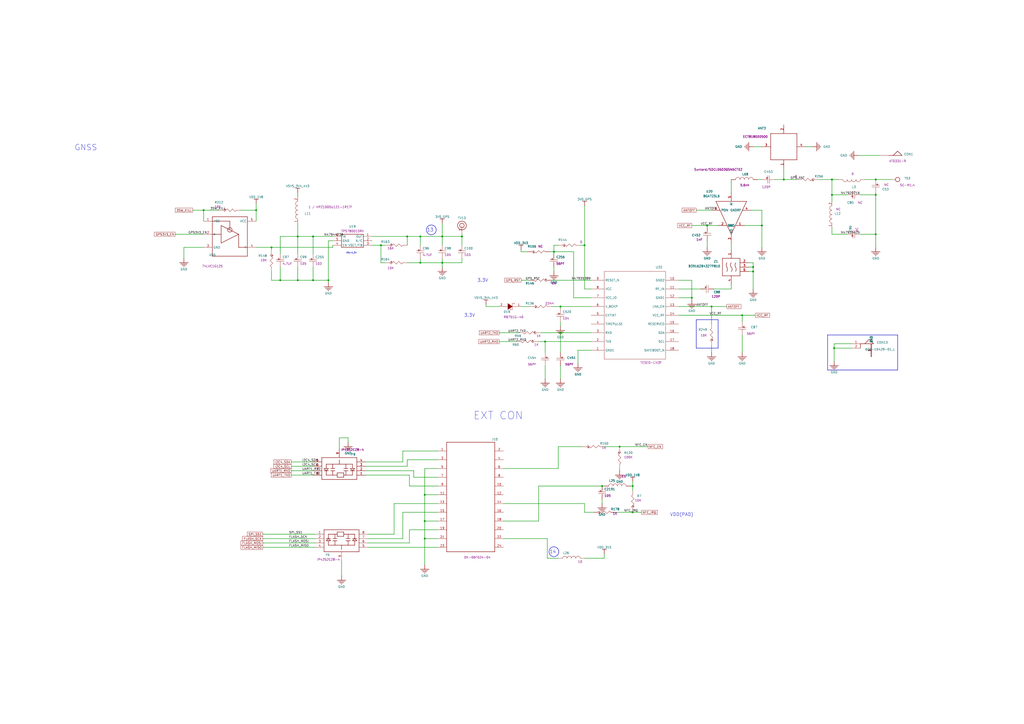
<source format=kicad_sch>
(kicad_sch (version 20241004) (generator "eeschema") (generator_version "8.99")
  (paper "A2")
  (title_block (title "Librem 5 Mainboard") (date "2024-03-21") (rev "v1.0.6") (company "Purism SPC") (comment 1 "GNU GPLv3+") (comment 2 "Copyright"))
  (circle (center 321.31 320.04) (radius 2.845) (stroke (width 0.254)))
  (circle (center 250.19 133.35) (radius 2.845) (stroke (width 0.254)))
  (text "EXT CON" (at 303.53 243.84 0) (effects (font (size 4.445 4.445)) (justify right bottom)))
  (text "14" (at 318.77 321.31 0) (effects (font (size 1.905 1.905)) (justify left bottom)))
  (text "3.3V" (at 269.24 184.15 0) (effects (font (size 1.905 1.905)) (justify left bottom)))
  (text "Vfb=1.2V" (at 200.66 147.32 0) (effects (font (size 0.889 0.889)) (justify left bottom)))
  (text "3.3V" (at 276.86 163.83 0) (effects (font (size 1.905 1.905)) (justify left bottom)))
  (text "13" (at 247.65 134.62 0) (effects (font (size 1.905 1.905)) (justify left bottom)))
  (text "VDD(PAD)" (at 388.62 299.72 0) (effects (font (size 1.905 1.905)) (justify left bottom)))
  (text "GNSS" (at 43.18 87.63 0) (effects (font (size 3.302 3.302)) (justify left bottom)))
  (junction (at 181.61 162.56))
  (junction (at 339.09 142.24))
  (junction (at 172.72 137.16))
  (junction (at 412.75 177.8))
  (junction (at 441.96 130.81))
  (junction (at 190.5 162.56))
  (junction (at 454.66 104.14))
  (junction (at 236.22 137.16))
  (junction (at 243.84 137.16))
  (junction (at 256.54 152.4))
  (junction (at 246.38 312.42))
  (junction (at 157.48 143.51))
  (junction (at 401.32 172.72))
  (junction (at 256.54 137.16))
  (junction (at 367.03 281.94))
  (junction (at 172.72 162.56))
  (junction (at 436.88 154.94))
  (junction (at 181.61 137.16))
  (junction (at 482.6 113.03))
  (junction (at 483.87 201.93))
  (junction (at 148.59 121.92))
  (junction (at 162.56 162.56))
  (junction (at 508 113.03))
  (junction (at 482.6 104.14))
  (junction (at 325.12 177.8))
  (junction (at 321.31 146.05))
  (junction (at 118.11 121.92))
  (junction (at 359.41 259.08))
  (junction (at 436.88 157.48))
  (junction (at 316.23 198.12))
  (junction (at 410.21 130.81))
  (junction (at 508 135.89))
  (junction (at 246.38 302.26))
  (junction (at 325.12 193.04))
  (junction (at 508 104.14))
  (junction (at 267.97 137.16))
  (junction (at 367.03 297.18))
  (junction (at 430.53 182.88))
  (junction (at 220.98 142.24))
  (junction (at 246.38 287.02))
  (junction (at 243.84 152.4))
  (junction (at 349.25 281.94))
  (polyline (pts (xy 520.7 194.31) (xy 480.06 194.31)) (stroke (width 0.254) (type solid)))
  (wire (pts (xy 106.68 143.51) (xy 106.68 149.86)) (stroke (width 0.254)))
  (wire (pts (xy 172.72 137.16) (xy 172.72 129.54)) (stroke (width 0.254)))
  (polyline (pts (xy 403.86 185.42) (xy 403.86 201.93)) (stroke (width 0.254) (type solid)))
  (wire (pts (xy 267.97 152.4) (xy 256.54 152.4)) (stroke (width 0.254)))
  (wire (pts (xy 342.9 203.2) (xy 335.28 203.2)) (stroke (width 0.254)))
  (wire (pts (xy 486.41 104.14) (xy 482.6 104.14)) (stroke (width 0.254)))
  (wire (pts (xy 220.98 142.24) (xy 215.9 142.24)) (stroke (width 0.254)))
  (wire (pts (xy 198.12 325.12) (xy 198.12 334.01)) (stroke (width 0.254)))
  (wire (pts (xy 323.85 259.08) (xy 323.85 271.78)) (stroke (width 0.254)))
  (wire (pts (xy 316.23 204.47) (xy 316.23 198.12)) (stroke (width 0.254)))
  (wire (pts (xy 350.52 323.85) (xy 350.52 321.31)) (stroke (width 0.254)))
  (wire (pts (xy 499.11 113.03) (xy 508 113.03)) (stroke (width 0.254)))
  (wire (pts (xy 256.54 152.4) (xy 243.84 152.4)) (stroke (width 0.254)))
  (wire (pts (xy 435.61 121.92) (xy 441.96 121.92)) (stroke (width 0.254)))
  (wire (pts (xy 243.84 142.24) (xy 243.84 137.16)) (stroke (width 0.254)))
  (wire (pts (xy 236.22 270.51) (xy 212.09 270.51)) (stroke (width 0.254)))
  (wire (pts (xy 236.22 266.7) (xy 236.22 270.51)) (stroke (width 0.254)))
  (wire (pts (xy 237.49 281.94) (xy 254 281.94)) (stroke (width 0.254)))
  (wire (pts (xy 401.32 162.56) (xy 393.7 162.56)) (stroke (width 0.254)))
  (wire (pts (xy 254 266.7) (xy 236.22 266.7)) (stroke (width 0.254)))
  (wire (pts (xy 312.42 302.26) (xy 312.42 281.94)) (stroke (width 0.254)))
  (wire (pts (xy 412.75 187.96) (xy 412.75 177.8)) (stroke (width 0.254)))
  (wire (pts (xy 482.6 104.14) (xy 474.98 104.14)) (stroke (width 0.254)))
  (wire (pts (xy 240.03 273.05) (xy 240.03 276.86)) (stroke (width 0.254)))
  (wire (pts (xy 237.49 314.96) (xy 237.49 307.34)) (stroke (width 0.254)))
  (wire (pts (xy 313.69 193.04) (xy 325.12 193.04)) (stroke (width 0.254)))
  (wire (pts (xy 228.6 309.88) (xy 228.6 292.1)) (stroke (width 0.254)))
  (polyline (pts (xy 520.7 214.63) (xy 520.7 194.31)) (stroke (width 0.254) (type solid)))
  (wire (pts (xy 325.12 179.07) (xy 325.12 177.8)) (stroke (width 0.254)))
  (wire (pts (xy 196.85 254) (xy 201.93 254)) (stroke (width 0.254)))
  (wire (pts (xy 321.31 146.05) (xy 332.74 146.05)) (stroke (width 0.254)))
  (wire (pts (xy 410.21 132.08) (xy 410.21 130.81)) (stroke (width 0.254)))
  (wire (pts (xy 300.99 193.04) (xy 289.56 193.04)) (stroke (width 0.254)))
  (wire (pts (xy 213.36 314.96) (xy 237.49 314.96)) (stroke (width 0.254)))
  (wire (pts (xy 318.77 146.05) (xy 321.31 146.05)) (stroke (width 0.254)))
  (wire (pts (xy 182.88 309.88) (xy 152.4 309.88)) (stroke (width 0.254)))
  (polyline (pts (xy 480.06 214.63) (xy 520.7 214.63)) (stroke (width 0.254) (type solid)))
  (wire (pts (xy 267.97 142.24) (xy 267.97 137.16)) (stroke (width 0.254)))
  (wire (pts (xy 190.5 163.83) (xy 190.5 162.56)) (stroke (width 0.254)))
  (wire (pts (xy 157.48 162.56) (xy 157.48 157.48)) (stroke (width 0.254)))
  (wire (pts (xy 483.87 201.93) (xy 483.87 209.55)) (stroke (width 0.254)))
  (wire (pts (xy 162.56 162.56) (xy 157.48 162.56)) (stroke (width 0.254)))
  (wire (pts (xy 339.09 323.85) (xy 350.52 323.85)) (stroke (width 0.254)))
  (wire (pts (xy 430.53 182.88) (xy 393.7 182.88)) (stroke (width 0.254)))
  (wire (pts (xy 365.76 281.94) (xy 367.03 281.94)) (stroke (width 0.254)))
  (wire (pts (xy 243.84 137.16) (xy 256.54 137.16)) (stroke (width 0.254)))
  (wire (pts (xy 157.48 144.78) (xy 157.48 143.51)) (stroke (width 0.254)))
  (wire (pts (xy 181.61 154.94) (xy 181.61 162.56)) (stroke (width 0.254)))
  (wire (pts (xy 139.7 121.92) (xy 148.59 121.92)) (stroke (width 0.254)))
  (wire (pts (xy 424.18 111.76) (xy 424.18 104.14)) (stroke (width 0.254)))
  (wire (pts (xy 148.59 121.92) (xy 148.59 118.11)) (stroke (width 0.254)))
  (wire (pts (xy 201.93 254) (xy 201.93 256.54)) (stroke (width 0.254)))
  (wire (pts (xy 335.28 203.2) (xy 335.28 210.82)) (stroke (width 0.254)))
  (wire (pts (xy 307.34 162.56) (xy 302.26 162.56)) (stroke (width 0.254)))
  (wire (pts (xy 323.85 323.85) (xy 317.5 323.85)) (stroke (width 0.254)))
  (wire (pts (xy 317.5 323.85) (xy 317.5 312.42)) (stroke (width 0.254)))
  (wire (pts (xy 237.49 275.59) (xy 237.49 281.94)) (stroke (width 0.254)))
  (wire (pts (xy 401.32 172.72) (xy 401.32 162.56)) (stroke (width 0.254)))
  (wire (pts (xy 454.66 97.79) (xy 454.66 104.14)) (stroke (width 0.254)))
  (wire (pts (xy 412.75 200.66) (xy 412.75 204.47)) (stroke (width 0.254)))
  (wire (pts (xy 233.68 261.62) (xy 233.68 267.97)) (stroke (width 0.254)))
  (wire (pts (xy 148.59 128.27) (xy 148.59 121.92)) (stroke (width 0.254)))
  (wire (pts (xy 190.5 162.56) (xy 190.5 139.7)) (stroke (width 0.254)))
  (wire (pts (xy 236.22 152.4) (xy 243.84 152.4)) (stroke (width 0.254)))
  (wire (pts (xy 467.36 85.09) (xy 471.17 85.09)) (stroke (width 0.254)))
  (wire (pts (xy 510.54 90.17) (xy 497.84 90.17)) (stroke (width 0.254)))
  (polyline (pts (xy 480.06 194.31) (xy 480.06 214.63)) (stroke (width 0.254) (type solid)))
  (wire (pts (xy 289.56 177.8) (xy 281.94 177.8)) (stroke (width 0.254)))
  (wire (pts (xy 441.96 130.81) (xy 441.96 143.51)) (stroke (width 0.254)))
  (wire (pts (xy 349.25 289.56) (xy 349.25 292.1)) (stroke (width 0.254)))
  (wire (pts (xy 317.5 312.42) (xy 292.1 312.42)) (stroke (width 0.254)))
  (wire (pts (xy 267.97 135.89) (xy 267.97 137.16)) (stroke (width 0.254)))
  (wire (pts (xy 482.6 113.03) (xy 482.6 104.14)) (stroke (width 0.254)))
  (wire (pts (xy 424.18 140.97) (xy 424.18 144.78)) (stroke (width 0.254)))
  (wire (pts (xy 236.22 142.24) (xy 236.22 137.16)) (stroke (width 0.254)))
  (wire (pts (xy 332.74 146.05) (xy 332.74 172.72)) (stroke (width 0.254)))
  (wire (pts (xy 449.58 104.14) (xy 454.66 104.14)) (stroke (width 0.254)))
  (wire (pts (xy 342.9 167.64) (xy 339.09 167.64)) (stroke (width 0.254)))
  (wire (pts (xy 118.11 143.51) (xy 106.68 143.51)) (stroke (width 0.254)))
  (wire (pts (xy 434.34 157.48) (xy 436.88 157.48)) (stroke (width 0.254)))
  (wire (pts (xy 410.21 130.81) (xy 401.32 130.81)) (stroke (width 0.254)))
  (wire (pts (xy 246.38 312.42) (xy 246.38 327.66)) (stroke (width 0.254)))
  (wire (pts (xy 339.09 292.1) (xy 292.1 292.1)) (stroke (width 0.254)))
  (wire (pts (xy 182.88 317.5) (xy 152.4 317.5)) (stroke (width 0.254)))
  (wire (pts (xy 332.74 172.72) (xy 342.9 172.72)) (stroke (width 0.254)))
  (wire (pts (xy 499.11 135.89) (xy 508 135.89)) (stroke (width 0.254)))
  (wire (pts (xy 233.68 312.42) (xy 233.68 297.18)) (stroke (width 0.254)))
  (wire (pts (xy 306.07 146.05) (xy 302.26 146.05)) (stroke (width 0.254)))
  (wire (pts (xy 181.61 147.32) (xy 181.61 137.16)) (stroke (width 0.254)))
  (wire (pts (xy 246.38 287.02) (xy 246.38 302.26)) (stroke (width 0.254)))
  (wire (pts (xy 367.03 284.48) (xy 367.03 281.94)) (stroke (width 0.254)))
  (wire (pts (xy 172.72 137.16) (xy 181.61 137.16)) (stroke (width 0.254)))
  (wire (pts (xy 236.22 137.16) (xy 215.9 137.16)) (stroke (width 0.254)))
  (wire (pts (xy 350.52 259.08) (xy 359.41 259.08)) (stroke (width 0.254)))
  (wire (pts (xy 337.82 259.08) (xy 323.85 259.08)) (stroke (width 0.254)))
  (wire (pts (xy 162.56 137.16) (xy 162.56 147.32)) (stroke (width 0.254)))
  (wire (pts (xy 223.52 152.4) (xy 220.98 152.4)) (stroke (width 0.254)))
  (wire (pts (xy 118.11 121.92) (xy 111.76 121.92)) (stroke (width 0.254)))
  (polyline (pts (xy 416.56 201.93) (xy 416.56 185.42)) (stroke (width 0.254) (type solid)))
  (wire (pts (xy 213.36 317.5) (xy 254 317.5)) (stroke (width 0.254)))
  (wire (pts (xy 254 312.42) (xy 246.38 312.42)) (stroke (width 0.254)))
  (wire (pts (xy 436.88 152.4) (xy 436.88 154.94)) (stroke (width 0.254)))
  (wire (pts (xy 196.85 260.35) (xy 196.85 254)) (stroke (width 0.254)))
  (wire (pts (xy 321.31 154.94) (xy 321.31 157.48)) (stroke (width 0.254)))
  (wire (pts (xy 246.38 302.26) (xy 246.38 312.42)) (stroke (width 0.254)))
  (wire (pts (xy 359.41 259.08) (xy 375.92 259.08)) (stroke (width 0.254)))
  (wire (pts (xy 172.72 137.16) (xy 162.56 137.16)) (stroke (width 0.254)))
  (wire (pts (xy 393.7 167.64) (xy 406.4 167.64)) (stroke (width 0.254)))
  (wire (pts (xy 172.72 162.56) (xy 172.72 154.94)) (stroke (width 0.254)))
  (wire (pts (xy 344.17 297.18) (xy 339.09 297.18)) (stroke (width 0.254)))
  (wire (pts (xy 321.31 147.32) (xy 321.31 146.05)) (stroke (width 0.254)))
  (wire (pts (xy 323.85 271.78) (xy 292.1 271.78)) (stroke (width 0.254)))
  (wire (pts (xy 299.72 198.12) (xy 289.56 198.12)) (stroke (width 0.254)))
  (wire (pts (xy 312.42 281.94) (xy 349.25 281.94)) (stroke (width 0.254)))
  (wire (pts (xy 256.54 154.94) (xy 256.54 152.4)) (stroke (width 0.254)))
  (wire (pts (xy 339.09 297.18) (xy 339.09 292.1)) (stroke (width 0.254)))
  (wire (pts (xy 316.23 212.09) (xy 316.23 219.71)) (stroke (width 0.254)))
  (wire (pts (xy 181.61 137.16) (xy 193.04 137.16)) (stroke (width 0.254)))
  (wire (pts (xy 339.09 142.24) (xy 339.09 119.38)) (stroke (width 0.254)))
  (wire (pts (xy 316.23 198.12) (xy 342.9 198.12)) (stroke (width 0.254)))
  (wire (pts (xy 213.36 309.88) (xy 228.6 309.88)) (stroke (width 0.254)))
  (wire (pts (xy 430.53 186.69) (xy 430.53 182.88)) (stroke (width 0.254)))
  (wire (pts (xy 401.32 172.72) (xy 393.7 172.72)) (stroke (width 0.254)))
  (wire (pts (xy 267.97 137.16) (xy 256.54 137.16)) (stroke (width 0.254)))
  (wire (pts (xy 401.32 173.99) (xy 401.32 172.72)) (stroke (width 0.254)))
  (wire (pts (xy 508 113.03) (xy 508 135.89)) (stroke (width 0.254)))
  (wire (pts (xy 372.11 297.18) (xy 367.03 297.18)) (stroke (width 0.254)))
  (wire (pts (xy 212.09 275.59) (xy 237.49 275.59)) (stroke (width 0.254)))
  (wire (pts (xy 431.8 130.81) (xy 441.96 130.81)) (stroke (width 0.254)))
  (wire (pts (xy 302.26 146.05) (xy 302.26 144.78)) (stroke (width 0.254)))
  (wire (pts (xy 172.72 137.16) (xy 172.72 147.32)) (stroke (width 0.254)))
  (wire (pts (xy 220.98 152.4) (xy 220.98 142.24)) (stroke (width 0.254)))
  (wire (pts (xy 325.12 193.04) (xy 342.9 193.04)) (stroke (width 0.254)))
  (polyline (pts (xy 403.86 201.93) (xy 416.56 201.93)) (stroke (width 0.254) (type solid)))
  (wire (pts (xy 240.03 276.86) (xy 254 276.86)) (stroke (width 0.254)))
  (polyline (pts (xy 416.56 185.42) (xy 403.86 185.42)) (stroke (width 0.254) (type solid)))
  (wire (pts (xy 323.85 142.24) (xy 321.31 142.24)) (stroke (width 0.254)))
  (wire (pts (xy 356.87 297.18) (xy 367.03 297.18)) (stroke (width 0.254)))
  (wire (pts (xy 325.12 186.69) (xy 325.12 189.23)) (stroke (width 0.254)))
  (wire (pts (xy 127 121.92) (xy 118.11 121.92)) (stroke (width 0.254)))
  (wire (pts (xy 508 143.51) (xy 508 135.89)) (stroke (width 0.254)))
  (wire (pts (xy 410.21 139.7) (xy 410.21 143.51)) (stroke (width 0.254)))
  (wire (pts (xy 181.61 270.51) (xy 168.91 270.51)) (stroke (width 0.254)))
  (wire (pts (xy 256.54 137.16) (xy 256.54 129.54)) (stroke (width 0.254)))
  (wire (pts (xy 410.21 130.81) (xy 416.56 130.81)) (stroke (width 0.254)))
  (wire (pts (xy 312.42 198.12) (xy 316.23 198.12)) (stroke (width 0.254)))
  (wire (pts (xy 162.56 162.56) (xy 162.56 154.94)) (stroke (width 0.254)))
  (wire (pts (xy 508 104.14) (xy 516.89 104.14)) (stroke (width 0.254)))
  (wire (pts (xy 434.34 152.4) (xy 436.88 152.4)) (stroke (width 0.254)))
  (wire (pts (xy 441.96 104.14) (xy 439.42 104.14)) (stroke (width 0.254)))
  (wire (pts (xy 254 261.62) (xy 233.68 261.62)) (stroke (width 0.254)))
  (wire (pts (xy 233.68 267.97) (xy 212.09 267.97)) (stroke (width 0.254)))
  (wire (pts (xy 182.88 312.42) (xy 152.4 312.42)) (stroke (width 0.254)))
  (wire (pts (xy 321.31 142.24) (xy 321.31 146.05)) (stroke (width 0.254)))
  (wire (pts (xy 336.55 142.24) (xy 339.09 142.24)) (stroke (width 0.254)))
  (wire (pts (xy 223.52 142.24) (xy 220.98 142.24)) (stroke (width 0.254)))
  (wire (pts (xy 483.87 199.39) (xy 483.87 201.93)) (stroke (width 0.254)))
  (wire (pts (xy 325.12 177.8) (xy 320.04 177.8)) (stroke (width 0.254)))
  (wire (pts (xy 213.36 312.42) (xy 233.68 312.42)) (stroke (width 0.254)))
  (wire (pts (xy 441.96 85.09) (xy 436.88 85.09)) (stroke (width 0.254)))
  (wire (pts (xy 118.11 135.89) (xy 101.6 135.89)) (stroke (width 0.254)))
  (wire (pts (xy 494.03 199.39) (xy 483.87 199.39)) (stroke (width 0.254)))
  (wire (pts (xy 281.94 177.8) (xy 281.94 176.53)) (stroke (width 0.254)))
  (wire (pts (xy 246.38 271.78) (xy 246.38 287.02)) (stroke (width 0.254)))
  (wire (pts (xy 436.88 154.94) (xy 436.88 157.48)) (stroke (width 0.254)))
  (wire (pts (xy 339.09 167.64) (xy 339.09 142.24)) (stroke (width 0.254)))
  (wire (pts (xy 267.97 149.86) (xy 267.97 152.4)) (stroke (width 0.254)))
  (wire (pts (xy 430.53 194.31) (xy 430.53 204.47)) (stroke (width 0.254)))
  (wire (pts (xy 302.26 177.8) (xy 307.34 177.8)) (stroke (width 0.254)))
  (wire (pts (xy 228.6 292.1) (xy 254 292.1)) (stroke (width 0.254)))
  (wire (pts (xy 367.03 281.94) (xy 367.03 279.4)) (stroke (width 0.254)))
  (wire (pts (xy 157.48 143.51) (xy 193.04 143.51)) (stroke (width 0.254)))
  (wire (pts (xy 148.59 143.51) (xy 157.48 143.51)) (stroke (width 0.254)))
  (wire (pts (xy 212.09 273.05) (xy 240.03 273.05)) (stroke (width 0.254)))
  (wire (pts (xy 342.9 177.8) (xy 325.12 177.8)) (stroke (width 0.254)))
  (wire (pts (xy 454.66 104.14) (xy 462.28 104.14)) (stroke (width 0.254)))
  (wire (pts (xy 434.34 154.94) (xy 436.88 154.94)) (stroke (width 0.254)))
  (wire (pts (xy 243.84 137.16) (xy 236.22 137.16)) (stroke (width 0.254)))
  (wire (pts (xy 482.6 135.89) (xy 482.6 132.08)) (stroke (width 0.254)))
  (wire (pts (xy 430.53 182.88) (xy 438.15 182.88)) (stroke (width 0.254)))
  (wire (pts (xy 181.61 275.59) (xy 168.91 275.59)) (stroke (width 0.254)))
  (wire (pts (xy 441.96 121.92) (xy 441.96 130.81)) (stroke (width 0.254)))
  (wire (pts (xy 482.6 116.84) (xy 482.6 113.03)) (stroke (width 0.254)))
  (wire (pts (xy 181.61 273.05) (xy 168.91 273.05)) (stroke (width 0.254)))
  (wire (pts (xy 237.49 307.34) (xy 254 307.34)) (stroke (width 0.254)))
  (wire (pts (xy 254 271.78) (xy 246.38 271.78)) (stroke (width 0.254)))
  (wire (pts (xy 393.7 177.8) (xy 412.75 177.8)) (stroke (width 0.254)))
  (wire (pts (xy 118.11 121.92) (xy 118.11 128.27)) (stroke (width 0.254)))
  (wire (pts (xy 181.61 267.97) (xy 168.91 267.97)) (stroke (width 0.254)))
  (wire (pts (xy 359.41 271.78) (xy 359.41 273.05)) (stroke (width 0.254)))
  (wire (pts (xy 190.5 139.7) (xy 193.04 139.7)) (stroke (width 0.254)))
  (wire (pts (xy 412.75 177.8) (xy 421.64 177.8)) (stroke (width 0.254)))
  (wire (pts (xy 491.49 135.89) (xy 482.6 135.89)) (stroke (width 0.254)))
  (wire (pts (xy 414.02 167.64) (xy 424.18 167.64)) (stroke (width 0.254)))
  (wire (pts (xy 254 287.02) (xy 246.38 287.02)) (stroke (width 0.254)))
  (wire (pts (xy 172.72 111.76) (xy 172.72 114.3)) (stroke (width 0.254)))
  (wire (pts (xy 501.65 104.14) (xy 508 104.14)) (stroke (width 0.254)))
  (wire (pts (xy 193.04 143.51) (xy 193.04 142.24)) (stroke (width 0.254)))
  (wire (pts (xy 491.49 113.03) (xy 482.6 113.03)) (stroke (width 0.254)))
  (wire (pts (xy 508 111.76) (xy 508 113.03)) (stroke (width 0.254)))
  (wire (pts (xy 254 302.26) (xy 246.38 302.26)) (stroke (width 0.254)))
  (wire (pts (xy 436.88 157.48) (xy 436.88 167.64)) (stroke (width 0.254)))
  (wire (pts (xy 256.54 152.4) (xy 256.54 149.86)) (stroke (width 0.254)))
  (wire (pts (xy 325.12 212.09) (xy 325.12 219.71)) (stroke (width 0.254)))
  (wire (pts (xy 181.61 162.56) (xy 172.72 162.56)) (stroke (width 0.254)))
  (wire (pts (xy 350.52 281.94) (xy 349.25 281.94)) (stroke (width 0.254)))
  (wire (pts (xy 256.54 137.16) (xy 256.54 142.24)) (stroke (width 0.254)))
  (wire (pts (xy 494.03 201.93) (xy 483.87 201.93)) (stroke (width 0.254)))
  (wire (pts (xy 320.04 162.56) (xy 342.9 162.56)) (stroke (width 0.254)))
  (wire (pts (xy 412.75 121.92) (xy 403.86 121.92)) (stroke (width 0.254)))
  (wire (pts (xy 233.68 297.18) (xy 254 297.18)) (stroke (width 0.254)))
  (wire (pts (xy 424.18 167.64) (xy 424.18 165.1)) (stroke (width 0.254)))
  (wire (pts (xy 243.84 152.4) (xy 243.84 149.86)) (stroke (width 0.254)))
  (wire (pts (xy 190.5 162.56) (xy 181.61 162.56)) (stroke (width 0.254)))
  (wire (pts (xy 182.88 314.96) (xy 152.4 314.96)) (stroke (width 0.254)))
  (wire (pts (xy 172.72 162.56) (xy 162.56 162.56)) (stroke (width 0.254)))
  (wire (pts (xy 325.12 204.47) (xy 325.12 193.04)) (stroke (width 0.254)))
  (wire (pts (xy 292.1 302.26) (xy 312.42 302.26)) (stroke (width 0.254)))
  (label "UART2_TXD" (at 294.64 193.04 0))
  (label "ANTOFF" (at 408.94 121.92 0))
  (label "UART2_RXD" (at 294.64 198.12 0))
  (label "VCC_RF" (at 406.4 130.81 0))
  (label "ANTOFF" (at 403.86 177.8 0))
  (label "I2C4_SCL" (at 175.26 270.51 0))
  (label "GPS_RST" (at 304.8 162.56 0))
  (label "SPI_SS1" (at 167.64 309.88 0))
  (label "NFC_EN" (at 368.3 259.08 0))
  (label "N47935389" (at 331.47 162.56 0))
  (label "N47944239" (at 187.96 137.16 0))
  (label "UART1_TXD" (at 175.26 275.59 0))
  (label "GPS_ANT" (at 458.47 104.14 0))
  (label "I2C4_SDA" (at 175.26 267.97 0))
  (label "N47935425" (at 487.68 135.89 0))
  (label "VCC_RF" (at 411.48 182.88 0))
  (label "3SW_KILL" (at 121.92 121.92 0))
  (label "GPS3V3_EN" (at 109.22 135.89 0))
  (label "N47920716" (at 487.68 113.03 0))
  (label "UART1_RXD" (at 175.26 273.05 0))
  (label "NFC_IRQ" (at 361.95 297.18 0))
  (label "FLASH_SCK" (at 167.64 312.42 0))
  (label "FLASH_MISO" (at 167.64 317.5 0))
  (label "FLASH_MOSI" (at 167.64 314.96 0))
  (global_label "GPS_RST" (shape passive) (at 302.26 162.56 180))
  (global_label "FLASH_MOSI" (shape passive) (at 152.4 314.96 180))
  (global_label "3SW_KILL" (shape passive) (at 111.76 121.92 180))
  (global_label "NFC_EN" (shape passive) (at 375.92 259.08 0))
  (global_label "ANTOFF" (shape passive) (at 421.64 177.8 0))
  (global_label "I2C4_SCL" (shape passive) (at 168.91 270.51 180))
  (global_label "FLASH_SCK" (shape passive) (at 152.4 312.42 180))
  (global_label "UART2_RXD" (shape passive) (at 289.56 198.12 180))
  (global_label "VCC_RF" (shape passive) (at 401.32 130.81 180))
  (global_label "I2C4_SDA" (shape passive) (at 168.91 267.97 180))
  (global_label "UART1_RXD" (shape passive) (at 168.91 273.05 180))
  (global_label "SPI_SS1" (shape passive) (at 152.4 309.88 180))
  (global_label "GPS3V3_EN" (shape passive) (at 101.6 135.89 180))
  (global_label "UART1_TXD" (shape passive) (at 168.91 275.59 180))
  (global_label "VCC_RF" (shape passive) (at 438.15 182.88 0))
  (global_label "FLASH_MISO" (shape passive) (at 152.4 317.5 180))
  (global_label "NFC_IRQ" (shape passive) (at 372.11 297.18 0))
  (global_label "UART2_TXD" (shape passive) (at 289.56 193.04 180))
  (global_label "ANTOFF" (shape passive) (at 403.86 121.92 180))
  (symbol (lib_id "C-15_GNSS_EXT_CON:root_3_mirrored_C0201") (at 411.48 165.1 0) (unit 1)
    (property "Reference" "C88" (at 417.83 170.18 0) (effects (justify right bottom)))
    (property "Value" "C0201" (effects (hide yes)))
    (property "Footprint" "CAP-0201" (effects (hide yes)))
    (property "VOLTAGE" "25V" (effects (hide yes)))
    (property "DESCRIPTION" "CAP CER 120PF 25V 10% NPO 0201" (effects (hide yes)))
    (property "PCB DECAL" "CAP-0201" (effects (hide yes)))
    (property "VALUE" "120P" (at 417.83 172.72 0) (effects (justify right bottom)))
    (property "GEOMETRY.HEIGHT" "0.3MM" (effects (hide yes)))
    (property "PCB FOOTPRINT" "201" (effects (hide yes)))
  )
  (symbol (lib_id "C-15_GNSS_EXT_CON:root_0_C0201") (at 265.43 147.32 0) (unit 1)
    (property "Reference" "C100" (at 269.24 144.78 0) (effects (justify left bottom)))
    (property "Value" "C0201" (effects (hide yes)))
    (property "Footprint" "CAP-0201" (effects (hide yes)))
    (property "VOLTAGE" "25V" (effects (hide yes)))
    (property "DESCRIPTION" "CAP CER 0.01uF 25V 20% X5R 0201" (effects (hide yes)))
    (property "PCB DECAL" "CAP-0201" (effects (hide yes)))
    (property "VALUE" "103" (at 269.24 148.59 0) (effects (justify left bottom)))
    (property "GEOMETRY.HEIGHT" "0.3MM" (effects (hide yes)))
    (property "PCB FOOTPRINT" "201" (effects (hide yes)))
  )
  (symbol (lib_id "C-15_GNSS_EXT_CON:root_1_C0201") (at 496.57 138.43 0) (unit 1)
    (property "Reference" "C86" (at 494.03 134.62 90) (effects (justify left bottom)))
    (property "Value" "C0201" (effects (hide yes)))
    (property "Footprint" "CAP-0201" (effects (hide yes)))
    (property "DESCRIPTION" "Z CAP CER 1uF 6V3 20% X5R 0201" (effects (hide yes)))
    (property "PCB DECAL" "CAP-0201" (effects (hide yes)))
    (property "VALUE" "NC" (at 497.84 134.62 90) (effects (justify left bottom)))
    (property "GEOMETRY.HEIGHT" "0.3MM" (effects (hide yes)))
    (property "PCB FOOTPRINT" "201" (effects (hide yes)))
  )
  (symbol (lib_id "C-15_GNSS_EXT_CON:GND") (at 106.68 149.86 0) (unit 1)
    (property "Reference" "#PWR?" (effects (hide yes)))
    (property "Value" "GND" (at 106.68 156.21 0))
  )
  (symbol (lib_id "C-15_GNSS_EXT_CON:root_0_mirrored_MAX-8") (at 386.08 208.28 0) (unit 1)
    (property "Reference" "U32" (at 384.302 155.702 0) (effects (justify right bottom)))
    (property "Value" "MAX-8" (effects (hide yes)))
    (property "Footprint" "MAX-8" (effects (hide yes)))
    (property "PCB DECAL" "MAX-8" (effects (hide yes)))
    (property "VALUE" "TESEO-LIV3F" (at 384.048 211.074 0) (effects (justify right bottom)))
    (property "GEOMETRY.HEIGHT" "2.7mm" (effects (hide yes)))
    (property "DESCRIPTION" "IC GPS GLONASS, Galileo,BeiDu ,QZSS" (effects (hide yes)))
    (property "PCB FOOTPRINT" "10x9.7x2.3mm" (effects (hide yes)))
    (property "MFG_NAME" "ST" (effects (hide yes)))
  )
  (symbol (lib_id "C-15_GNSS_EXT_CON:GND") (at 201.93 256.54 0) (unit 1)
    (property "Reference" "#PWR?" (effects (hide yes)))
    (property "Value" "GND" (at 201.93 262.89 0))
  )
  (symbol (lib_id "C-15_GNSS_EXT_CON:GND") (at 441.96 143.51 0) (unit 1)
    (property "Reference" "#PWR?" (effects (hide yes)))
    (property "Value" "GND" (at 441.96 149.86 0))
  )
  (symbol (lib_id "C-15_GNSS_EXT_CON:root_3_mirrored_RES_2") (at 233.68 139.7 0) (unit 1)
    (property "Reference" "R163" (at 226.06 140.97 0) (effects (justify right bottom)))
    (property "Value" "RES_2" (effects (hide yes)))
    (property "Footprint" "RES-0201" (effects (hide yes)))
    (property "PCB DECAL" "RES-0201" (effects (hide yes)))
    (property "DESCRIPTION" "Resistor Chip 0201 16K Ohm 1/16W 1% RALEC" (effects (hide yes)))
    (property "VALUE" "16K" (at 228.6 144.78 0) (effects (justify right bottom)))
    (property "GEOMETRY.HEIGHT" "0.3MM" (effects (hide yes)))
    (property "PCB FOOTPRINT" "201" (effects (hide yes)))
  )
  (symbol (lib_id "C-15_GNSS_EXT_CON:VDD_3V3") (at 350.52 321.31 180) (unit 1)
    (property "Reference" "#PWR?" (effects (hide yes)))
    (property "Value" "VDD_3V3" (at 350.52 317.5 0))
  )
  (symbol (lib_id "C-15_GNSS_EXT_CON:root_0_mirrored_CAMERA24PIN035-NFC") (at 289.56 320.04 0) (unit 1)
    (property "Reference" "J10" (at 287.02 255.524 0) (effects (justify bottom)))
    (property "Value" "CAMERA24PIN035-NFC" (effects (hide yes)))
    (property "Footprint" "24PIN-AXE524127" (effects (hide yes)))
    (property "VALUE" "OK-06F024-04" (at 276.86 322.58 0) (effects (justify top)))
    (property "PCB FOOTPRINT" "7.5x2.2x0.8mm" (effects (hide yes)))
    (property "PCB DECAL" "24PIN-AXE524127" (effects (hide yes)))
    (property "GEOMETRY.HEIGHT" "0.6MM" (effects (hide yes)))
    (property "DESCRIPTION" "SOCKET Board-to-FPC Ä¸×ù 0.4mm  24pin ºÏ¸ß0.8mm" (effects (hide yes)))
    (property "MFG_NAME" "ÑÇÆë" (effects (hide yes)))
  )
  (symbol (lib_id "C-15_GNSS_EXT_CON:root_2_BEAD-0402") (at 485.14 119.38 0) (unit 1)
    (property "Reference" "L12" (at 487.68 123.19 0) (effects (justify right top)))
    (property "Value" "BEAD-0402" (effects (hide yes)))
    (property "Footprint" "IND-0402" (effects (hide yes)))
    (property "PCB DECAL" "IND-0402" (effects (hide yes)))
    (property "DESCRIPTION" "Z FB 120ohm@100MHz 100ohm@1GHz DCR0.13ohm 1.1A T:0.5mm" (effects (hide yes)))
    (property "VALUE" "NC" (at 487.68 120.65 0) (effects (justify right top)))
    (property "GEOMETRY.HEIGHT" "0.5MM" (effects (hide yes)))
    (property "MFG_NAME" "Sunlord" (effects (hide yes)))
    (property "PCB FOOTPRINT" "402" (effects (hide yes)))
  )
  (symbol (lib_id "C-15_GNSS_EXT_CON:root_0_DIODE_SCHTKY_0") (at 292.1 180.34 0) (unit 1)
    (property "Reference" "D19" (at 292.1 181.61 0) (effects (justify left bottom)))
    (property "Value" "DIODE_SCHTKY_0" (effects (hide yes)))
    (property "Footprint" "3D-SOD723" (effects (hide yes)))
    (property "PCB DECAL" "3D-SOD723" (effects (hide yes)))
    (property "DESCRIPTION" "Diode schottky SOD723 40V 30mA mark:5 RB751G-40 ³¤µç" (effects (hide yes)))
    (property "VALUE" "RB751G-40" (at 292.1 184.658 0) (effects (justify left bottom)))
    (property "GEOMETRY.HEIGHT" "0.55MM" (effects (hide yes)))
    (property "PCB FOOTPRINT" "SOD723  1x0.6x0.5mm" (effects (hide yes)))
  )
  (symbol (lib_id "C-15_GNSS_EXT_CON:root_3_mirrored_C0201") (at 447.04 101.6 0) (unit 1)
    (property "Reference" "C453" (at 448.31 100.33 0) (effects (justify right bottom)))
    (property "Value" "C0201" (effects (hide yes)))
    (property "Footprint" "CAP-0201" (effects (hide yes)))
    (property "VOLTAGE" "25V" (effects (hide yes)))
    (property "DESCRIPTION" "CAP CER 120PF 25V 10% NPO 0201" (effects (hide yes)))
    (property "PCB DECAL" "CAP-0201" (effects (hide yes)))
    (property "VALUE" "120P" (at 447.04 109.22 0) (effects (justify right bottom)))
    (property "GEOMETRY.HEIGHT" "0.3MM" (effects (hide yes)))
    (property "PCB FOOTPRINT" "201" (effects (hide yes)))
  )
  (symbol (lib_id "C-15_GNSS_EXT_CON:VDD_1V8") (at 148.59 118.11 180) (unit 1)
    (property "Reference" "#PWR?" (effects (hide yes)))
    (property "Value" "VDD_1V8" (at 148.59 114.3 0))
  )
  (symbol (lib_id "C-15_GNSS_EXT_CON:root_3_mirrored_RES_2") (at 137.16 119.38 0) (unit 1)
    (property "Reference" "R212" (at 129.54 118.11 0) (effects (justify right bottom)))
    (property "Value" "RES_2" (effects (hide yes)))
    (property "Footprint" "RES-0201" (effects (hide yes)))
    (property "PCB DECAL" "RES-0201" (effects (hide yes)))
    (property "DESCRIPTION" "Resistor Chip 0201 10K Ohm 1/16W 1% RALEC" (effects (hide yes)))
    (property "VALUE" "10K" (at 128.27 120.65 0) (effects (justify right bottom)))
    (property "GEOMETRY.HEIGHT" "0.3MM" (effects (hide yes)))
    (property "PCB FOOTPRINT" "201" (effects (hide yes)))
  )
  (symbol (lib_id "C-15_GNSS_EXT_CON:root_0_C0201") (at 346.71 287.02 0) (unit 1)
    (property "Reference" "C2191" (at 350.52 284.48 0) (effects (justify left bottom)))
    (property "Value" "C0201" (effects (hide yes)))
    (property "Footprint" "CAP-0201" (effects (hide yes)))
    (property "VOLTAGE" "6.3V" (effects (hide yes)))
    (property "DESCRIPTION" "CAP CER 1uF 6V3 20% X5R 0201" (effects (hide yes)))
    (property "PCB DECAL" "CAP-0201" (effects (hide yes)))
    (property "VALUE" "105" (at 350.52 288.29 0) (effects (justify left bottom)))
    (property "GEOMETRY.HEIGHT" "0.3MM" (effects (hide yes)))
    (property "PCB FOOTPRINT" "201" (effects (hide yes)))
  )
  (symbol (lib_id "C-15_GNSS_EXT_CON:GND") (at 335.28 210.82 0) (unit 1)
    (property "Reference" "#PWR?" (effects (hide yes)))
    (property "Value" "GND" (at 335.28 217.17 0))
  )
  (symbol (lib_id "C-15_GNSS_EXT_CON:GND") (at 246.38 327.66 0) (unit 1)
    (property "Reference" "#PWR?" (effects (hide yes)))
    (property "Value" "GND" (at 246.38 334.01 0))
  )
  (symbol (lib_id "C-15_GNSS_EXT_CON:GND") (at 410.21 143.51 0) (unit 1)
    (property "Reference" "#PWR?" (effects (hide yes)))
    (property "Value" "GND" (at 410.21 149.86 0))
  )
  (symbol (lib_id "C-15_GNSS_EXT_CON:root_1_mirrored_BEAD-0201") (at 426.72 106.68 0) (unit 1)
    (property "Reference" "L68" (at 430.53 100.33 0) (effects (justify left top)))
    (property "Value" "BEAD-0201" (effects (hide yes)))
    (property "Footprint" "RES-0201" (effects (hide yes)))
    (property "PCB DECAL" "RES-0201" (effects (hide yes)))
    (property "DESCRIPTION" "Ceramic inductor,5.6nH¡À0.2nH,250mA,Q18,0.88¦¸,6000MHz,0201" (effects (hide yes)))
    (property "VALUE" "5.6nh" (at 429.26 106.68 0) (effects (justify left top)))
    (property "GEOMETRY.HEIGHT" "0.5MM" (effects (hide yes)))
    (property "MFG_NAME" "Sunlord/SDCL0603Q5N6CT02" (at 402.59 99.06 0) (effects (justify left bottom)))
    (property "PCB FOOTPRINT" "201" (effects (hide yes)))
  )
  (symbol (lib_id "C-15_GNSS_EXT_CON:GND") (at 256.54 154.94 0) (unit 1)
    (property "Reference" "#PWR?" (effects (hide yes)))
    (property "Value" "GND" (at 256.54 161.29 0))
  )
  (symbol (lib_id "C-15_GNSS_EXT_CON:root_3_mirrored_B39162B4327P810") (at 429.26 149.86 0) (unit 1)
    (property "Reference" "Z1" (at 415.29 152.4 0) (effects (justify bottom)))
    (property "Value" "B39162B4327P810" (at 417.83 153.67 0) (effects (justify right top)))
    (property "Footprint" "B4327" (effects (hide yes)))
    (property "PCB DECAL" "B4327" (effects (hide yes)))
    (property "DESCRIPTION" "SAW RF FILTER B39163B4327P810" (effects (hide yes)))
    (property "MFG_NAME" "TDK" (effects (hide yes)))
    (property "GEOMETRY.HEIGHT" "0.5mm" (effects (hide yes)))
    (property "PCB FOOTPRINT" "1.1mmx1.4mm" (effects (hide yes)))
  )
  (symbol (lib_id "C-15_GNSS_EXT_CON:root_1_RES_2") (at 334.01 144.78 0) (unit 1)
    (property "Reference" "R144" (at 328.93 138.43 0) (effects (justify right top)))
    (property "Value" "RES_2" (effects (hide yes)))
    (property "Footprint" "RES-0201" (effects (hide yes)))
    (property "PCB DECAL" "RES-0201" (effects (hide yes)))
    (property "DESCRIPTION" "Resistor Chip 0201 0R Ohm 1/16W 1% RALEC" (effects (hide yes)))
    (property "VALUE" "0" (at 337.82 139.7 0) (effects (justify right top)))
    (property "GEOMETRY.HEIGHT" "0.3MM" (effects (hide yes)))
    (property "PCB FOOTPRINT" "201" (effects (hide yes)))
  )
  (symbol (lib_id "C-15_GNSS_EXT_CON:root_0_mirrored_C0201") (at 318.77 209.55 0) (unit 1)
    (property "Reference" "C454" (at 311.15 208.28 0) (effects (justify right bottom)))
    (property "Value" "C0201" (effects (hide yes)))
    (property "Footprint" "CAP-0201" (effects (hide yes)))
    (property "DESCRIPTION" "CAP CER 56pF 50Vdc 5% C0G C0201" (effects (hide yes)))
    (property "PCB DECAL" "CAP-0201" (effects (hide yes)))
    (property "VALUE" "56PF" (at 311.15 212.09 0) (effects (justify right bottom)))
    (property "GEOMETRY.HEIGHT" "0.3MM" (effects (hide yes)))
    (property "PCB FOOTPRINT" "201" (effects (hide yes)))
  )
  (symbol (lib_id "C-15_GNSS_EXT_CON:root_0_C0201") (at 407.67 137.16 0) (unit 1)
    (property "Reference" "C452" (at 401.32 137.16 0) (effects (justify left bottom)))
    (property "Value" "C0201" (effects (hide yes)))
    (property "Footprint" "CAP-0201" (effects (hide yes)))
    (property "DESCRIPTION" "Ceramic CAP 1nF 25 10% X5R 0201" (effects (hide yes)))
    (property "PCB DECAL" "CAP-0201" (effects (hide yes)))
    (property "VALUE" "1nF" (at 403.86 139.7 0) (effects (justify left bottom)))
    (property "GEOMETRY.HEIGHT" "0.3MM" (effects (hide yes)))
    (property "PCB FOOTPRINT" "201" (effects (hide yes)))
  )
  (symbol (lib_id "C-15_GNSS_EXT_CON:root_3_mirrored_BGA725L6") (at 444.5 119.38 0) (unit 1)
    (property "Reference" "U20" (at 411.48 111.76 0) (effects (justify bottom)))
    (property "Value" "BGA725L6" (at 412.75 113.03 0) (effects (justify top)))
    (property "DESCRIPTION" "Silicon Germanium Low Noise Amplifier BGA725L6" (effects (hide yes)))
    (property "MFG_NAME" "infineonÓ¢·ÉÁè" (effects (hide yes)))
  )
  (symbol (lib_id "C-15_GNSS_EXT_CON:root_0_mirrored_RES_2") (at 160.02 154.94 0) (unit 1)
    (property "Reference" "R148" (at 154.94 149.098 0) (effects (justify right bottom)))
    (property "Value" "RES_2" (effects (hide yes)))
    (property "Footprint" "RES-0201" (effects (hide yes)))
    (property "PCB DECAL" "RES-0201" (effects (hide yes)))
    (property "DESCRIPTION" "Resistor Chip 0201 10K Ohm 1/16W 1% RALEC" (effects (hide yes)))
    (property "VALUE" "10K" (at 154.94 151.638 0) (effects (justify right bottom)))
    (property "GEOMETRY.HEIGHT" "0.3MM" (effects (hide yes)))
    (property "PCB FOOTPRINT" "201" (effects (hide yes)))
  )
  (symbol (lib_id "C-15_GNSS_EXT_CON:GND") (at 430.53 204.47 0) (unit 1)
    (property "Reference" "#PWR?" (effects (hide yes)))
    (property "Value" "GND" (at 430.53 210.82 0))
  )
  (symbol (lib_id "C-15_GNSS_EXT_CON:GND") (at 401.32 173.99 0) (unit 1)
    (property "Reference" "#PWR?" (effects (hide yes)))
    (property "Value" "GND" (at 401.32 180.34 0))
  )
  (symbol (lib_id "C-15_GNSS_EXT_CON:GND") (at 359.41 273.05 0) (unit 1)
    (property "Reference" "#PWR?" (effects (hide yes)))
    (property "Value" "GND" (at 359.41 279.4 0))
  )
  (symbol (lib_id "C-15_GNSS_EXT_CON:root_0_FILTER_ESD_BUS4") (at 187.96 320.04 0) (unit 1)
    (property "Reference" "F5" (at 189.992 322.58 0) (effects (justify bottom)))
    (property "Value" "FILTER_ESD_BUS4" (effects (hide yes)))
    (property "Footprint" "FILTER-BUS4" (effects (hide yes)))
    (property "PCB DECAL" "FILTER-BUS4" (effects (hide yes)))
    (property "VALUE" "IP4252CZ8-4" (at 190.5 323.85 0) (effects (justify top)))
    (property "GEOMETRY.HEIGHT" "0.6mm" (effects (hide yes)))
    (property "PCB FOOTPRINT" "QFN8 1.35x1.7x0.55mm" (effects (hide yes)))
    (property "DESCRIPTION" "IC ESD Filter 40 ohm 12pF 4CH" (effects (hide yes)))
    (property "MFG_NAME" "NXP" (effects (hide yes)))
  )
  (symbol (lib_id "C-15_GNSS_EXT_CON:3V0_GPS") (at 256.54 129.54 180) (unit 1)
    (property "Reference" "#PWR?" (effects (hide yes)))
    (property "Value" "3V0_GPS" (at 256.54 125.73 0))
  )
  (symbol (lib_id "C-15_GNSS_EXT_CON:root_0_C0201") (at 179.07 152.4 0) (unit 1)
    (property "Reference" "C255" (at 182.88 149.86 0) (effects (justify left bottom)))
    (property "Value" "C0201" (effects (hide yes)))
    (property "Footprint" "CAP-0201" (effects (hide yes)))
    (property "VOLTAGE" "25V" (effects (hide yes)))
    (property "DESCRIPTION" "CAP CER 0.01uF 25V 20% X5R 0201" (effects (hide yes)))
    (property "PCB DECAL" "CAP-0201" (effects (hide yes)))
    (property "VALUE" "103" (at 182.88 153.67 0) (effects (justify left bottom)))
    (property "GEOMETRY.HEIGHT" "0.3MM" (effects (hide yes)))
    (property "PCB FOOTPRINT" "201" (effects (hide yes)))
  )
  (symbol (lib_id "C-15_GNSS_EXT_CON:root_0_mirrored_C0201") (at 510.54 109.22 0) (unit 1)
    (property "Reference" "C53" (at 515.62 110.49 0) (effects (justify right bottom)))
    (property "Value" "C0201" (effects (hide yes)))
    (property "Footprint" "CAP-0201" (effects (hide yes)))
    (property "DESCRIPTION" "Z CAP CER 1uF 6V3 20% X5R 0201" (effects (hide yes)))
    (property "PCB DECAL" "CAP-0201" (effects (hide yes)))
    (property "VALUE" "NC" (at 515.62 107.95 0) (effects (justify right bottom)))
    (property "GEOMETRY.HEIGHT" "0.3MM" (effects (hide yes)))
    (property "PCB FOOTPRINT" "201" (effects (hide yes)))
  )
  (symbol (lib_id "C-15_GNSS_EXT_CON:GND") (at 198.12 334.01 0) (unit 1)
    (property "Reference" "#PWR?" (effects (hide yes)))
    (property "Value" "GND" (at 198.12 340.36 0))
  )
  (symbol (lib_id "C-15_GNSS_EXT_CON:GND") (at 436.88 85.09 270) (unit 1)
    (property "Reference" "#PWR?" (effects (hide yes)))
    (property "Value" "GND" (at 430.53 85.09 90) (effects (justify right)))
  )
  (symbol (lib_id "C-15_GNSS_EXT_CON:GND") (at 497.84 90.17 270) (unit 1)
    (property "Reference" "#PWR?" (effects (hide yes)))
    (property "Value" "GND" (at 491.49 90.17 90) (effects (justify right)))
  )
  (symbol (lib_id "C-15_GNSS_EXT_CON:GND") (at 508 143.51 0) (unit 1)
    (property "Reference" "#PWR?" (effects (hide yes)))
    (property "Value" "GND" (at 508 149.86 0))
  )
  (symbol (lib_id "C-15_GNSS_EXT_CON:VDD_3V3") (at 302.26 144.78 180) (unit 1)
    (property "Reference" "#PWR?" (effects (hide yes)))
    (property "Value" "VDD_3V3" (at 302.26 140.97 0))
  )
  (symbol (lib_id "C-15_GNSS_EXT_CON:root_2_R_0201") (at 415.29 190.5 0) (unit 1)
    (property "Reference" "R249" (at 410.21 190.5 0) (effects (justify right top)))
    (property "Value" "R_0201" (effects (hide yes)))
    (property "Footprint" "RES-0201" (effects (hide yes)))
    (property "PCB DECAL" "RES-0201" (effects (hide yes)))
    (property "DESCRIPTION" "Resistor Chip 0201 10K Ohm 1/16W 1%" (effects (hide yes)))
    (property "VALUE" "10K" (at 410.21 193.802 0) (effects (justify right top)))
    (property "GEOMETRY.HEIGHT" "0.3MM" (effects (hide yes)))
    (property "PCB FOOTPRINT" "201" (effects (hide yes)))
  )
  (symbol (lib_id "C-15_GNSS_EXT_CON:GND") (at 316.23 219.71 0) (unit 1)
    (property "Reference" "#PWR?" (effects (hide yes)))
    (property "Value" "GND" (at 316.23 226.06 0))
  )
  (symbol (lib_id "C-15_GNSS_EXT_CON:root_3_mirrored_BEAD-0201") (at 499.11 101.6 0) (unit 1)
    (property "Reference" "L3" (at 496.57 109.22 0) (effects (justify right bottom)))
    (property "Value" "BEAD-0201" (effects (hide yes)))
    (property "Footprint" "RES-0201" (effects (hide yes)))
    (property "PCB DECAL" "RES-0201" (effects (hide yes)))
    (property "DESCRIPTION" "Resistor Chip 0201 0R Ohm 1/16W 1% RALEC" (effects (hide yes)))
    (property "VALUE" "0" (at 495.3 101.6 0) (effects (justify right bottom)))
    (property "GEOMETRY.HEIGHT" "0.5MM" (effects (hide yes)))
    (property "PCB FOOTPRINT" "201" (effects (hide yes)))
  )
  (symbol (lib_id "C-15_GNSS_EXT_CON:root_1_mirrored_TEST-POINT") (at 267.97 130.81 0) (unit 1)
    (property "Reference" "TV13" (at 267.97 125.73 0) (effects (justify top)))
    (property "Value" "TEST-POINT" (effects (hide yes)))
    (property "Footprint" "SIP-1PE" (effects (hide yes)))
    (property "PCB DECAL" "SIP-1PE" (effects (hide yes)))
    (property "VALUE" "M3" (effects (hide yes)))
    (property "GEOMETRY.HEIGHT" "0.1MM" (effects (hide yes)))
    (property "DESCRIPTION" "Z" (effects (hide yes)))
  )
  (symbol (lib_id "C-15_GNSS_EXT_CON:root_1_C0201") (at 496.57 115.57 0) (unit 1)
    (property "Reference" "C85" (at 495.3 116.84 0) (effects (justify right top)))
    (property "Value" "C0201" (effects (hide yes)))
    (property "Footprint" "CAP-0201" (effects (hide yes)))
    (property "DESCRIPTION" "Z CAP CER 1uF 6V3 20% X5R 0201" (effects (hide yes)))
    (property "PCB DECAL" "CAP-0201" (effects (hide yes)))
    (property "VALUE" "NC" (at 500.38 116.84 0) (effects (justify right top)))
    (property "GEOMETRY.HEIGHT" "0.3MM" (effects (hide yes)))
    (property "PCB FOOTPRINT" "201" (effects (hide yes)))
  )
  (symbol (lib_id "C-15_GNSS_EXT_CON:root_3_SC-M1.4") (at 519.43 101.6 0) (unit 1)
    (property "Reference" "TS3" (at 524.51 104.14 0) (effects (justify left bottom)))
    (property "Value" "SC-M1.4" (effects (hide yes)))
    (property "Footprint" "SC-M1.4" (effects (hide yes)))
    (property "VALUE" "SC-M1.4" (at 521.97 106.68 0) (effects (justify left top)))
    (property "DESCRIPTION" "Z" (effects (hide yes)))
    (property "PCB DECAL" "SC-M1.4" (effects (hide yes)))
  )
  (symbol (lib_id "C-15_GNSS_EXT_CON:VDD_1V8") (at 367.03 279.4 180) (unit 1)
    (property "Reference" "#PWR?" (effects (hide yes)))
    (property "Value" "VDD_1V8" (at 367.03 275.59 0))
  )
  (symbol (lib_id "C-15_GNSS_EXT_CON:root_3_RES_2") (at 303.53 190.5 0) (unit 1)
    (property "Reference" "R59" (at 298.45 195.58 0) (effects (justify left bottom)))
    (property "Value" "RES_2" (effects (hide yes)))
    (property "Footprint" "RES-0201" (effects (hide yes)))
    (property "PCB DECAL" "RES-0201" (effects (hide yes)))
    (property "DESCRIPTION" "Resistor Chip 0201 1K Ohm 1/16W 1% RALEC" (effects (hide yes)))
    (property "VALUE" "1K" (at 311.15 195.58 0) (effects (justify left bottom)))
    (property "GEOMETRY.HEIGHT" "0.3MM" (effects (hide yes)))
    (property "PCB FOOTPRINT" "201" (effects (hide yes)))
  )
  (symbol (lib_id "C-15_GNSS_EXT_CON:root_0_mirrored_TPS78001DRV") (at 210.82 143.51 0) (unit 1)
    (property "Reference" "U19" (at 204.47 132.08 0) (effects (justify bottom)))
    (property "Value" "TPS78001DRV" (effects (hide yes)))
    (property "Footprint" "WSON-6" (effects (hide yes)))
    (property "PCB DECAL" "WSON-6" (effects (hide yes)))
    (property "VALUE" "TPS78001DRV" (at 204.47 133.35 0) (effects (justify top)))
    (property "GEOMETRY.HEIGHT" "0.8mm" (effects (hide yes)))
    (property "MFG_NAME" "TI" (effects (hide yes)))
    (property "DESCRIPTION" "IC LDO 1.8V-5.5V 150mA  1.2--5.5V  IQ:0.5uA" (effects (hide yes)))
    (property "PCB FOOTPRINT" "WSON-6" (effects (hide yes)))
    (property "SIGPIN7" "GND" (effects (hide yes)))
  )
  (symbol (lib_id "C-15_GNSS_EXT_CON:root_1_RES_2") (at 317.5 180.34 0) (unit 1)
    (property "Reference" "R136" (at 309.88 175.26 0) (effects (justify right top)))
    (property "Value" "RES_2" (effects (hide yes)))
    (property "Footprint" "RES-0201" (effects (hide yes)))
    (property "PCB DECAL" "RES-0201" (effects (hide yes)))
    (property "DESCRIPTION" "FIXED IND 27NH 160MA 1.6 OHM SMD" (effects (hide yes)))
    (property "VALUE" "22nH" (at 321.31 175.26 0) (effects (justify right top)))
    (property "GEOMETRY.HEIGHT" "0.3MM" (effects (hide yes)))
    (property "PCB FOOTPRINT" "201" (effects (hide yes)))
  )
  (symbol (lib_id "C-15_GNSS_EXT_CON:GND") (at 412.75 204.47 0) (unit 1)
    (property "Reference" "#PWR?" (effects (hide yes)))
    (property "Value" "GND" (at 412.75 210.82 0))
  )
  (symbol (lib_id "C-15_GNSS_EXT_CON:root_0_C0201") (at 170.18 152.4 0) (unit 1)
    (property "Reference" "C99" (at 173.99 149.86 0) (effects (justify left bottom)))
    (property "Value" "C0201" (effects (hide yes)))
    (property "Footprint" "CAP-0201" (effects (hide yes)))
    (property "VOLTAGE" "6.3V" (effects (hide yes)))
    (property "DESCRIPTION" "CAP CER 1uF 6V3 20% X5R 0201" (effects (hide yes)))
    (property "PCB DECAL" "CAP-0201" (effects (hide yes)))
    (property "VALUE" "105" (at 173.99 153.67 0) (effects (justify left bottom)))
    (property "GEOMETRY.HEIGHT" "0.3MM" (effects (hide yes)))
    (property "PCB FOOTPRINT" "201" (effects (hide yes)))
  )
  (symbol (lib_id "C-15_GNSS_EXT_CON:root_0_RES_2") (at 356.87 269.24 0) (unit 1)
    (property "Reference" "R120" (at 361.95 263.398 0) (effects (justify left bottom)))
    (property "Value" "RES_2" (effects (hide yes)))
    (property "Footprint" "RES-0201" (effects (hide yes)))
    (property "PCB DECAL" "RES-0201" (effects (hide yes)))
    (property "DESCRIPTION" "Resistor Chip 0201 100K Ohm 1/16W 1% RALEC" (effects (hide yes)))
    (property "VALUE" "100K" (at 361.95 265.938 0) (effects (justify left bottom)))
    (property "GEOMETRY.HEIGHT" "0.3MM" (effects (hide yes)))
    (property "PCB FOOTPRINT" "201" (effects (hide yes)))
  )
  (symbol (lib_id "C-15_GNSS_EXT_CON:root_0_C0402") (at 160.02 152.4 0) (unit 1)
    (property "Reference" "C97" (at 163.83 149.86 0) (effects (justify left bottom)))
    (property "Value" "C0402" (effects (hide yes)))
    (property "Footprint" "CAP-0402" (effects (hide yes)))
    (property "PCB DECAL" "CAP-0402" (effects (hide yes)))
    (property "DESCRIPTION" "CAP CER 4.7uF 6V3 20% X5R 0402" (effects (hide yes)))
    (property "VOLTAGE" "6.3V" (effects (hide yes)))
    (property "VALUE" "4.7UF" (at 163.83 153.67 0) (effects (justify left bottom)))
    (property "GEOMETRY.HEIGHT" "0.5MM" (effects (hide yes)))
    (property "PCB FOOTPRINT" "402" (effects (hide yes)))
  )
  (symbol (lib_id "C-15_GNSS_EXT_CON:root_1_APEX2X2") (at 462.28 92.71 0) (unit 1)
    (property "Reference" "ANT3" (at 441.96 73.66 0) (effects (justify top)))
    (property "Value" "APEX2X2" (effects (hide yes)))
    (property "Footprint" "APEX-4" (effects (hide yes)))
    (property "PCB DECAL" "APEX-4" (effects (hide yes)))
    (property "DESCRIPTION" "CON  RF IV  2X2X0.6 Íâ¾¶1.5 ÄÚ¾¶0.45" (effects (hide yes)))
    (property "GEOMETRY.HEIGHT" "1.45MM" (effects (hide yes)))
    (property "MFG_NAME" "ECTµçÁ¬¾«ÃÜ" (effects (hide yes)))
    (property "PCB FOOTPRINT" "2X2MM" (effects (hide yes)))
    (property "VALUE" "ECT818000500" (at 438.15 80.01 0) (effects (justify bottom)))
  )
  (symbol (lib_id "C-15_GNSS_EXT_CON:root_2_FILTER_ESD_BUS4") (at 207.01 265.43 0) (unit 1)
    (property "Reference" "F9" (at 204.978 262.89 0) (effects (justify top)))
    (property "Value" "FILTER_ESD_BUS4" (effects (hide yes)))
    (property "Footprint" "FILTER-BUS4" (effects (hide yes)))
    (property "PCB DECAL" "FILTER-BUS4" (effects (hide yes)))
    (property "VALUE" "IP4252CZ8-4" (at 204.47 261.62 0) (effects (justify bottom)))
    (property "GEOMETRY.HEIGHT" "0.6mm" (effects (hide yes)))
    (property "PCB FOOTPRINT" "QFN8 1.35x1.7x0.55mm" (effects (hide yes)))
    (property "DESCRIPTION" "IC ESD Filter 40 ohm 12pF 4CH" (effects (hide yes)))
    (property "MFG_NAME" "NXP" (effects (hide yes)))
  )
  (symbol (lib_id "C-15_GNSS_EXT_CON:root_1_BEAD-0201") (at 363.22 284.48 0) (unit 1)
    (property "Reference" "L25" (at 356.87 278.13 0) (effects (justify right top)))
    (property "Value" "BEAD-0201" (effects (hide yes)))
    (property "Footprint" "RES-0201" (effects (hide yes)))
    (property "PCB DECAL" "RES-0201" (effects (hide yes)))
    (property "DESCRIPTION" "FB 240ohm@100MHz  DCR0.41ohm 0.35A T:0.3mm" (effects (hide yes)))
    (property "VALUE" "10" (at 363.22 275.59 0) (effects (justify right top)))
    (property "GEOMETRY.HEIGHT" "0.5MM" (effects (hide yes)))
    (property "MFG_NAME" "Sunlord" (effects (hide yes)))
    (property "PCB FOOTPRINT" "201" (effects (hide yes)))
  )
  (symbol (lib_id "C-15_GNSS_EXT_CON:GND") (at 483.87 209.55 0) (unit 1)
    (property "Reference" "#PWR?" (effects (hide yes)))
    (property "Value" "GND" (at 483.87 215.9 0))
  )
  (symbol (lib_id "C-15_GNSS_EXT_CON:GND") (at 436.88 167.64 0) (unit 1)
    (property "Reference" "#PWR?" (effects (hide yes)))
    (property "Value" "GND" (at 436.88 173.99 0))
  )
  (symbol (lib_id "C-15_GNSS_EXT_CON:root_0_74LVC1G125-SC70-5") (at 123.19 148.59 0) (unit 1)
    (property "Reference" "U55" (at 123.19 148.59 0) (effects (justify bottom)))
    (property "Value" "74LVC1G125-SC70-5" (effects (hide yes)))
    (property "Footprint" "74LVC1G125-DCK0.65" (effects (hide yes)))
    (property "PCB DECAL" "74LVC1G125-DCK0.65" (effects (hide yes)))
    (property "VALUE" "74LVC1G125" (at 123.19 153.67 0) (effects (justify top)))
    (property "DESCRIPTION" "IC Single Buffer With 3-state output" (effects (hide yes)))
    (property "GEOMETRY.HEIGHT" "1MM" (effects (hide yes)))
    (property "PCB FOOTPRINT" "SC70" (effects (hide yes)))
    (property "MFG_NAME" "TI" (effects (hide yes)))
  )
  (symbol (lib_id "C-15_GNSS_EXT_CON:VSYS_3V4_4V3") (at 172.72 111.76 180) (unit 1)
    (property "Reference" "#PWR?" (effects (hide yes)))
    (property "Value" "VSYS_3V4_4V3" (at 172.72 107.95 0))
  )
  (symbol (lib_id "C-15_GNSS_EXT_CON:root_0_mirrored_C0201") (at 327.66 209.55 0) (unit 1)
    (property "Reference" "C451" (at 334.01 208.28 0) (effects (justify right bottom)))
    (property "Value" "C0201" (effects (hide yes)))
    (property "Footprint" "CAP-0201" (effects (hide yes)))
    (property "DESCRIPTION" "CAP CER 56pF 50Vdc 5% C0G C0201" (effects (hide yes)))
    (property "PCB DECAL" "CAP-0201" (effects (hide yes)))
    (property "VALUE" "56PF" (at 332.74 212.09 0) (effects (justify right bottom)))
    (property "GEOMETRY.HEIGHT" "0.3MM" (effects (hide yes)))
    (property "PCB FOOTPRINT" "201" (effects (hide yes)))
  )
  (symbol (lib_id "C-15_GNSS_EXT_CON:root_0_C0402") (at 241.3 147.32 0) (unit 1)
    (property "Reference" "C96" (at 245.11 144.78 0) (effects (justify left bottom)))
    (property "Value" "C0402" (effects (hide yes)))
    (property "Footprint" "CAP-0402" (effects (hide yes)))
    (property "PCB DECAL" "CAP-0402" (effects (hide yes)))
    (property "DESCRIPTION" "CAP CER 4.7uF 6V3 20% X5R 0402" (effects (hide yes)))
    (property "VOLTAGE" "6.3V" (effects (hide yes)))
    (property "VALUE" "4.7UF" (at 245.11 148.59 0) (effects (justify left bottom)))
    (property "GEOMETRY.HEIGHT" "0.5MM" (effects (hide yes)))
    (property "PCB FOOTPRINT" "402" (effects (hide yes)))
  )
  (symbol (lib_id "C-15_GNSS_EXT_CON:root_0_C0201") (at 318.77 152.4 0) (unit 1)
    (property "Reference" "C256" (at 322.58 149.86 0) (effects (justify left bottom)))
    (property "Value" "C0201" (effects (hide yes)))
    (property "Footprint" "CAP-0201" (effects (hide yes)))
    (property "VOLTAGE" "50V" (effects (hide yes)))
    (property "DESCRIPTION" "CAP CER 56pF 50Vdc 5% C0G C0201" (effects (hide yes)))
    (property "PCB DECAL" "CAP-0201" (effects (hide yes)))
    (property "VALUE" "56PF" (at 322.58 153.67 0) (effects (justify left bottom)))
    (property "GEOMETRY.HEIGHT" "0.3MM" (effects (hide yes)))
    (property "PCB FOOTPRINT" "201" (effects (hide yes)))
  )
  (symbol (lib_id "C-15_GNSS_EXT_CON:GND") (at 349.25 292.1 0) (unit 1)
    (property "Reference" "#PWR?" (effects (hide yes)))
    (property "Value" "GND" (at 349.25 298.45 0))
  )
  (symbol (lib_id "C-15_GNSS_EXT_CON:root_2_BEAD-0402") (at 175.26 116.84 0) (unit 1)
    (property "Reference" "L11" (at 180.34 123.19 0) (effects (justify right top)))
    (property "Value" "BEAD-0402" (effects (hide yes)))
    (property "Footprint" "IND-0402" (effects (hide yes)))
    (property "PCB DECAL" "IND-0402" (effects (hide yes)))
    (property "DESCRIPTION" "Resistor Chip 0402 1 Ohm 1/16W 1% RALEC" (effects (hide yes)))
    (property "VALUE" "1 / HPZ1005U121-1R1TF" (at 204.47 119.38 0) (effects (justify right top)))
    (property "GEOMETRY.HEIGHT" "0.5MM" (effects (hide yes)))
    (property "PCB FOOTPRINT" "402" (effects (hide yes)))
  )
  (symbol (lib_id "C-15_GNSS_EXT_CON:root_0_mirrored_ANT_CON_3") (at 523.24 90.17 0) (unit 1)
    (property "Reference" "CON1" (at 527.05 90.17 0) (effects (justify bottom)))
    (property "Value" "ANT_CON_3" (effects (hide yes)))
    (property "Footprint" "ANT_CON_3" (effects (hide yes)))
    (property "GEOMETRY.HEIGHT" "3.0MM" (effects (hide yes)))
    (property "VALUE" "AT0331-R" (at 520.7 92.71 0) (effects (justify top)))
    (property "PCB DECAL" "ANT_CON_3" (effects (hide yes)))
  )
  (symbol (lib_id "C-15_GNSS_EXT_CON:3V0_GPS") (at 339.09 119.38 180) (unit 1)
    (property "Reference" "#PWR?" (effects (hide yes)))
    (property "Value" "3V0_GPS" (at 339.09 115.57 0))
  )
  (symbol (lib_id "C-15_GNSS_EXT_CON:root_3_mirrored_RES_2") (at 233.68 149.86 0) (unit 1)
    (property "Reference" "R164" (at 226.06 151.13 0) (effects (justify right bottom)))
    (property "Value" "RES_2" (effects (hide yes)))
    (property "Footprint" "RES-0201" (effects (hide yes)))
    (property "PCB DECAL" "RES-0201" (effects (hide yes)))
    (property "DESCRIPTION" "Resistor Chip 0201 10K Ohm 1/16W 1% RALEC" (effects (hide yes)))
    (property "VALUE" "10K" (at 228.6 156.21 0) (effects (justify right bottom)))
    (property "GEOMETRY.HEIGHT" "0.3MM" (effects (hide yes)))
    (property "PCB FOOTPRINT" "201" (effects (hide yes)))
  )
  (symbol (lib_id "C-15_GNSS_EXT_CON:GND") (at 325.12 219.71 0) (unit 1)
    (property "Reference" "#PWR?" (effects (hide yes)))
    (property "Value" "GND" (at 325.12 226.06 0))
  )
  (symbol (lib_id "C-15_GNSS_EXT_CON:root_2_RES_2") (at 369.57 287.02 0) (unit 1)
    (property "Reference" "R7" (at 372.11 287.02 0) (effects (justify right top)))
    (property "Value" "RES_2" (effects (hide yes)))
    (property "Footprint" "RES-0201" (effects (hide yes)))
    (property "PCB DECAL" "RES-0201" (effects (hide yes)))
    (property "DESCRIPTION" "Resistor Chip 0201 10K Ohm 1/16W 1% RALEC" (effects (hide yes)))
    (property "VALUE" "10K" (at 372.11 289.56 0) (effects (justify right top)))
    (property "GEOMETRY.HEIGHT" "0.3MM" (effects (hide yes)))
    (property "PCB FOOTPRINT" "201" (effects (hide yes)))
  )
  (symbol (lib_id "C-15_GNSS_EXT_CON:root_0_C0201") (at 254 147.32 0) (unit 1)
    (property "Reference" "C98" (at 257.81 144.78 0) (effects (justify left bottom)))
    (property "Value" "C0201" (effects (hide yes)))
    (property "Footprint" "CAP-0201" (effects (hide yes)))
    (property "VOLTAGE" "6.3V" (effects (hide yes)))
    (property "DESCRIPTION" "CAP CER 1uF 6V3 20% X5R 0201" (effects (hide yes)))
    (property "PCB DECAL" "CAP-0201" (effects (hide yes)))
    (property "VALUE" "105" (at 257.81 148.59 0) (effects (justify left bottom)))
    (property "GEOMETRY.HEIGHT" "0.3MM" (effects (hide yes)))
    (property "PCB FOOTPRINT" "201" (effects (hide yes)))
  )
  (symbol (lib_id "C-15_GNSS_EXT_CON:GND") (at 471.17 85.09 90) (unit 1)
    (property "Reference" "#PWR?" (effects (hide yes)))
    (property "Value" "GND" (at 477.52 85.09 90) (effects (justify right)))
  )
  (symbol (lib_id "C-15_GNSS_EXT_CON:root_0_C0201") (at 322.58 184.15 0) (unit 1)
    (property "Reference" "C520" (at 326.39 181.61 0) (effects (justify left bottom)))
    (property "Value" "C0201" (effects (hide yes)))
    (property "Footprint" "CAP-0201" (effects (hide yes)))
    (property "VOLTAGE" "6.3V" (effects (hide yes)))
    (property "DESCRIPTION" "CAP CER 0.1uF 6V3 20% X5R 0201" (effects (hide yes)))
    (property "PCB DECAL" "CAP-0201" (effects (hide yes)))
    (property "VALUE" "104" (at 326.39 185.42 0) (effects (justify left bottom)))
    (property "GEOMETRY.HEIGHT" "0.3MM" (effects (hide yes)))
    (property "PCB FOOTPRINT" "201" (effects (hide yes)))
  )
  (symbol (lib_id "C-15_GNSS_EXT_CON:root_1_RES_2") (at 354.33 299.72 0) (unit 1)
    (property "Reference" "R178" (at 359.41 294.64 0) (effects (justify right top)))
    (property "Value" "RES_2" (effects (hide yes)))
    (property "Footprint" "RES-0201" (effects (hide yes)))
    (property "PCB DECAL" "RES-0201" (effects (hide yes)))
    (property "DESCRIPTION" "Resistor Chip 0201 1K Ohm 1/16W 1% RALEC" (effects (hide yes)))
    (property "VALUE" "1K" (at 358.14 297.18 0) (effects (justify right top)))
    (property "GEOMETRY.HEIGHT" "0.3MM" (effects (hide yes)))
    (property "PCB FOOTPRINT" "201" (effects (hide yes)))
  )
  (symbol (lib_id "C-15_GNSS_EXT_CON:root_3_RES_2") (at 302.26 195.58 0) (unit 1)
    (property "Reference" "R60" (at 297.18 200.66 0) (effects (justify left bottom)))
    (property "Value" "RES_2" (effects (hide yes)))
    (property "Footprint" "RES-0201" (effects (hide yes)))
    (property "PCB DECAL" "RES-0201" (effects (hide yes)))
    (property "DESCRIPTION" "Resistor Chip 0201 1K Ohm 1/16W 1% RALEC" (effects (hide yes)))
    (property "VALUE" "1K" (at 309.88 200.66 0) (effects (justify left bottom)))
    (property "GEOMETRY.HEIGHT" "0.3MM" (effects (hide yes)))
    (property "PCB FOOTPRINT" "201" (effects (hide yes)))
  )
  (symbol (lib_id "C-15_GNSS_EXT_CON:root_1_BEAD-0201") (at 336.55 326.39 0) (unit 1)
    (property "Reference" "L26" (at 330.2 320.04 0) (effects (justify right top)))
    (property "Value" "BEAD-0201" (effects (hide yes)))
    (property "Footprint" "RES-0201" (effects (hide yes)))
    (property "PCB DECAL" "RES-0201" (effects (hide yes)))
    (property "DESCRIPTION" "FB 240ohm@100MHz  DCR0.41ohm 0.35A T:0.3mm" (effects (hide yes)))
    (property "VALUE" "10" (at 337.82 325.12 0) (effects (justify right top)))
    (property "GEOMETRY.HEIGHT" "0.5MM" (effects (hide yes)))
    (property "MFG_NAME" "Sunlord" (effects (hide yes)))
    (property "PCB FOOTPRINT" "201" (effects (hide yes)))
  )
  (symbol (lib_id "C-15_GNSS_EXT_CON:GND") (at 190.5 163.83 0) (unit 1)
    (property "Reference" "#PWR?" (effects (hide yes)))
    (property "Value" "GND" (at 190.5 170.18 0))
  )
  (symbol (lib_id "C-15_GNSS_EXT_CON:root_1_mirrored_RES_2") (at 464.82 106.68 0) (unit 1)
    (property "Reference" "R256" (at 472.44 101.6 0) (effects (justify left top)))
    (property "Value" "RES_2" (effects (hide yes)))
    (property "Footprint" "RES-0201" (effects (hide yes)))
    (property "PCB DECAL" "RES-0201" (effects (hide yes)))
    (property "DESCRIPTION" "Resistor Chip 0201 0R Ohm 1/16W 1% RALEC" (effects (hide yes)))
    (property "VALUE" "0" (at 461.01 101.6 0) (effects (justify left top)))
    (property "GEOMETRY.HEIGHT" "0.3MM" (effects (hide yes)))
    (property "PCB FOOTPRINT" "201" (effects (hide yes)))
  )
  (symbol (lib_id "C-15_GNSS_EXT_CON:root_1_RES_2") (at 316.23 148.59 0) (unit 1)
    (property "Reference" "R106" (at 311.15 142.24 0) (effects (justify right top)))
    (property "Value" "RES_2" (effects (hide yes)))
    (property "Footprint" "RES-0201" (effects (hide yes)))
    (property "PCB DECAL" "RES-0201" (effects (hide yes)))
    (property "DESCRIPTION" "Resistor Chip 0201 0R Ohm 1/16W 1% RALEC" (effects (hide yes)))
    (property "VALUE" "NC" (at 314.96 142.24 0) (effects (justify right top)))
    (property "GEOMETRY.HEIGHT" "0.3MM" (effects (hide yes)))
    (property "PCB FOOTPRINT" "201" (effects (hide yes)))
  )
  (symbol (lib_id "C-15_GNSS_EXT_CON:root_0_mirrored_C0201") (at 433.07 191.77 0) (unit 1)
    (property "Reference" "C87" (at 439.42 190.5 0) (effects (justify right bottom)))
    (property "Value" "C0201" (effects (hide yes)))
    (property "Footprint" "CAP-0201" (effects (hide yes)))
    (property "DESCRIPTION" "CAP CER 56pF 50Vdc 5% C0G C0201" (effects (hide yes)))
    (property "PCB DECAL" "CAP-0201" (effects (hide yes)))
    (property "VALUE" "56PF" (at 438.15 194.31 0) (effects (justify right bottom)))
    (property "GEOMETRY.HEIGHT" "0.3MM" (effects (hide yes)))
    (property "PCB FOOTPRINT" "201" (effects (hide yes)))
  )
  (symbol (lib_id "C-15_GNSS_EXT_CON:GND") (at 321.31 157.48 0) (unit 1)
    (property "Reference" "#PWR?" (effects (hide yes)))
    (property "Value" "GND" (at 321.31 163.83 0))
  )
  (symbol (lib_id "C-15_GNSS_EXT_CON:root_1_RES_2") (at 347.98 261.62 0) (unit 1)
    (property "Reference" "R150" (at 353.06 256.54 0) (effects (justify right top)))
    (property "Value" "RES_2" (effects (hide yes)))
    (property "Footprint" "RES-0201" (effects (hide yes)))
    (property "PCB DECAL" "RES-0201" (effects (hide yes)))
    (property "DESCRIPTION" "Resistor Chip 0201 1K Ohm 1/16W 1% RALEC" (effects (hide yes)))
    (property "VALUE" "1K" (at 351.79 259.08 0) (effects (justify right top)))
    (property "GEOMETRY.HEIGHT" "0.3MM" (effects (hide yes)))
    (property "PCB FOOTPRINT" "201" (effects (hide yes)))
  )
  (symbol (lib_id "C-15_GNSS_EXT_CON:GND") (at 325.12 189.23 0) (unit 1)
    (property "Reference" "#PWR?" (effects (hide yes)))
    (property "Value" "GND" (at 325.12 195.58 0))
  )
  (symbol (lib_id "C-15_GNSS_EXT_CON:VSYS_3V4_4V3") (at 281.94 176.53 180) (unit 1)
    (property "Reference" "#PWR?" (effects (hide yes)))
    (property "Value" "VSYS_3V4_4V3" (at 281.94 172.72 0))
  )
  (symbol (lib_id "C-15_GNSS_EXT_CON:root_0_mirrored_600-10429-01_L") (at 506.73 199.39 0) (unit 1)
    (property "Reference" "CON13" (at 511.81 199.39 0) (effects (justify bottom)))
    (property "Value" "600-10429-01_L" (at 510.54 201.93 0) (effects (justify top)))
    (property "Footprint" "600-10429-01-L" (effects (hide yes)))
    (property "PCB DECAL" "600-10429-01-L" (effects (hide yes)))
  )
  (symbol (lib_id "C-15_GNSS_EXT_CON:root_3_RES_2") (at 309.88 160.02 0) (unit 1)
    (property "Reference" "R146" (at 304.8 165.1 0) (effects (justify left bottom)))
    (property "Value" "RES_2" (effects (hide yes)))
    (property "Footprint" "RES-0201" (effects (hide yes)))
    (property "PCB DECAL" "RES-0201" (effects (hide yes)))
    (property "DESCRIPTION" "Resistor Chip 0201 1K Ohm 1/16W 1% RALEC" (effects (hide yes)))
    (property "VALUE" "1K" (at 320.04 165.1 0) (effects (justify left bottom)))
    (property "GEOMETRY.HEIGHT" "0.3MM" (effects (hide yes)))
    (property "PCB FOOTPRINT" "201" (effects (hide yes)))
  )
)
</source>
